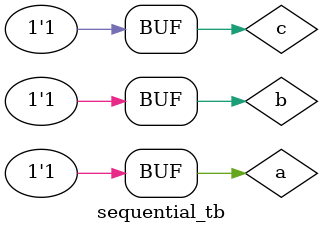
<source format=sv>


/*
:name: sequential_block
:description: sequential block check
:tags: 9.3.1
*/
module sequential_tb ();
  reg a = 0;
  reg b = 0;
  reg c = 0;
  initial begin
//        ^^^^^ keyword.control.begin.sv
    a = 1;
    b = a;
    c = b;
  end
//^^^ keyword.control.end.sv
endmodule

</source>
